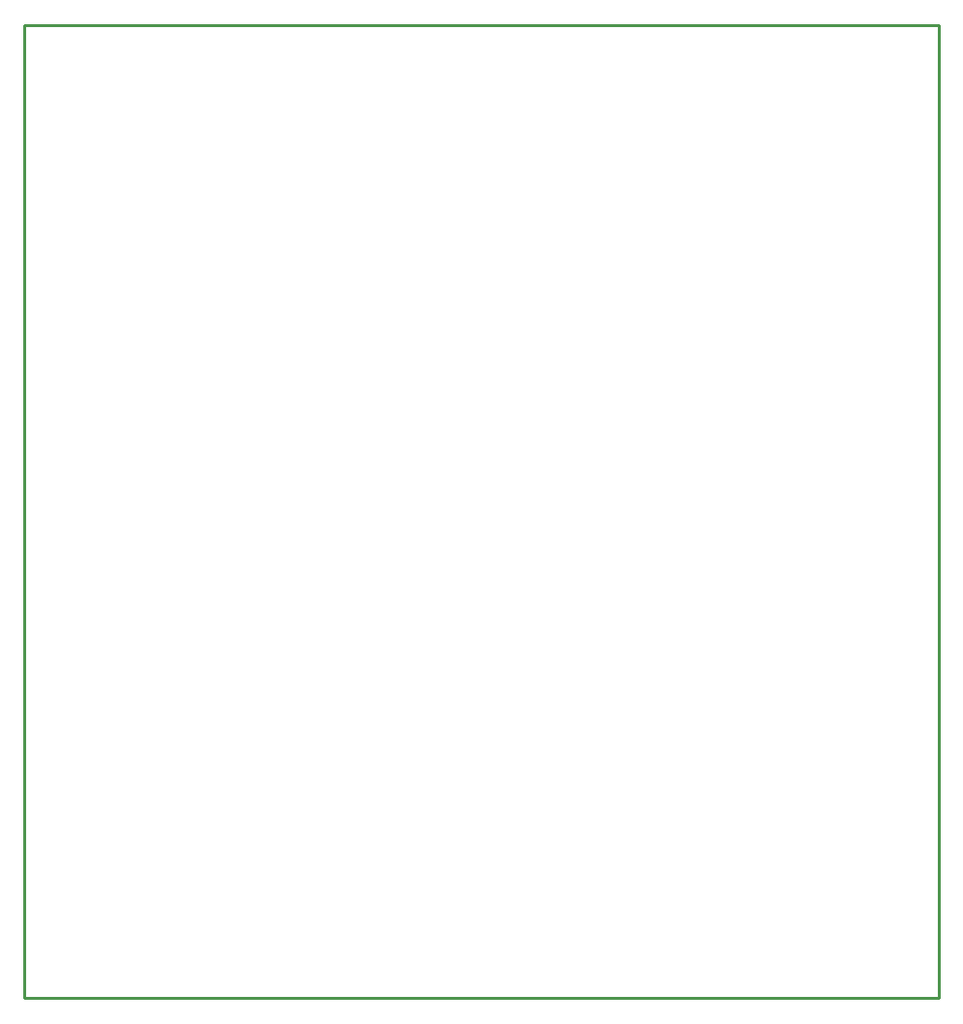
<source format=gko>
G04*
G04 #@! TF.GenerationSoftware,Altium Limited,Altium Designer,22.9.1 (49)*
G04*
G04 Layer_Color=16711935*
%FSLAX44Y44*%
%MOMM*%
G71*
G04*
G04 #@! TF.SameCoordinates,66478680-C35E-4369-986B-202EB0108B9E*
G04*
G04*
G04 #@! TF.FilePolarity,Positive*
G04*
G01*
G75*
%ADD13C,0.2540*%
D13*
X1090760Y396240D02*
X1101240D01*
X1101250Y396250D01*
Y962890D01*
X1022240Y396240D02*
X1090760D01*
X1101250Y962890D02*
Y1112250D01*
Y1247164D01*
X906566D02*
X1101250D01*
X388760Y396240D02*
X1022240D01*
X301000D02*
X388760D01*
X301000D02*
Y1247140D01*
X828040D01*
X906780D01*
M02*

</source>
